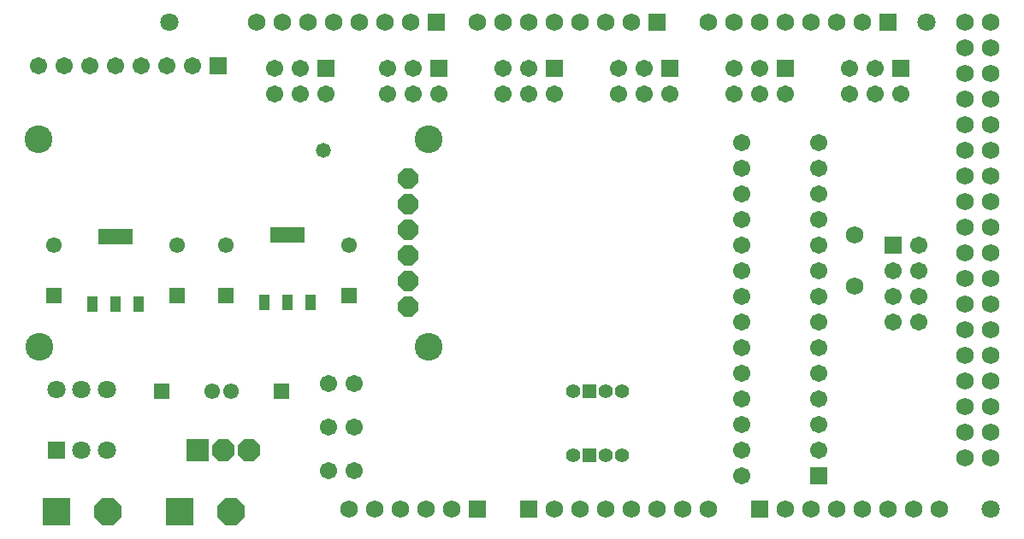
<source format=gts>
G04 Layer_Color=8388736*
%FSLAX25Y25*%
%MOIN*%
G70*
G01*
G75*
%ADD42R,0.13556X0.05958*%
%ADD43R,0.04461X0.05958*%
%ADD44C,0.07099*%
%ADD45R,0.06800X0.06800*%
%ADD46C,0.06800*%
%ADD47C,0.06706*%
%ADD48R,0.06706X0.06706*%
%ADD49R,0.06115X0.06115*%
%ADD50C,0.06115*%
%ADD51C,0.05524*%
%ADD52R,0.05524X0.05524*%
%ADD53R,0.06706X0.06706*%
%ADD54P,0.08536X8X22.5*%
%ADD55C,0.10800*%
%ADD56P,0.09389X8X22.5*%
%ADD57R,0.08674X0.08674*%
%ADD58R,0.10642X0.10642*%
%ADD59P,0.11519X8X202.5*%
%ADD60R,0.07099X0.07099*%
%ADD61R,0.06115X0.06115*%
%ADD62C,0.05800*%
D42*
X110000Y116890D02*
D03*
X43000Y116169D02*
D03*
D43*
X119016Y90551D02*
D03*
X110000D02*
D03*
X100984D02*
D03*
X52016Y89831D02*
D03*
X43000D02*
D03*
X33984D02*
D03*
D44*
X64000Y200000D02*
D03*
X384000Y10000D02*
D03*
X359000Y200000D02*
D03*
X29843Y33000D02*
D03*
X39685D02*
D03*
Y56622D02*
D03*
X29843D02*
D03*
X20000D02*
D03*
D45*
X294000Y10000D02*
D03*
X344000Y200000D02*
D03*
X204000Y10000D02*
D03*
X254000Y200000D02*
D03*
X184000Y10000D02*
D03*
X168000Y200000D02*
D03*
D46*
X324000Y10000D02*
D03*
X334000D02*
D03*
X344000D02*
D03*
X354000D02*
D03*
X364000D02*
D03*
X304000D02*
D03*
X314000D02*
D03*
Y200000D02*
D03*
X304000D02*
D03*
X294000D02*
D03*
X284000D02*
D03*
X274000D02*
D03*
X334000D02*
D03*
X324000D02*
D03*
X234000Y10000D02*
D03*
X244000D02*
D03*
X254000D02*
D03*
X264000D02*
D03*
X274000D02*
D03*
X214000D02*
D03*
X224000D02*
D03*
Y200000D02*
D03*
X214000D02*
D03*
X204000D02*
D03*
X194000D02*
D03*
X184000D02*
D03*
X244000D02*
D03*
X234000D02*
D03*
X374000Y30000D02*
D03*
X384000D02*
D03*
X374000Y40000D02*
D03*
X384000D02*
D03*
X374000Y50000D02*
D03*
X384000D02*
D03*
X374000Y60000D02*
D03*
X384000D02*
D03*
X374000Y70000D02*
D03*
X384000D02*
D03*
X374000Y80000D02*
D03*
X384000D02*
D03*
X374000Y90000D02*
D03*
X384000D02*
D03*
X374000Y100000D02*
D03*
X384000D02*
D03*
Y110000D02*
D03*
X374000D02*
D03*
Y120000D02*
D03*
X384000D02*
D03*
X374000Y130000D02*
D03*
X384000D02*
D03*
X374000Y140000D02*
D03*
X384000D02*
D03*
X374000Y150000D02*
D03*
X384000D02*
D03*
X374000Y160000D02*
D03*
X384000D02*
D03*
X374000Y170000D02*
D03*
X384000D02*
D03*
X374000Y180000D02*
D03*
X384000D02*
D03*
X374000Y190000D02*
D03*
X384000D02*
D03*
X374000Y200000D02*
D03*
X384000D02*
D03*
X174000Y10000D02*
D03*
X164000D02*
D03*
X154000D02*
D03*
X144000D02*
D03*
X134000D02*
D03*
X138000Y200000D02*
D03*
X128000D02*
D03*
X118000D02*
D03*
X108000D02*
D03*
X98000D02*
D03*
X158000D02*
D03*
X148000D02*
D03*
X331000Y97000D02*
D03*
Y117000D02*
D03*
D47*
X356000Y83000D02*
D03*
X346000D02*
D03*
X356000Y93000D02*
D03*
X346000D02*
D03*
X356000Y103000D02*
D03*
X346000D02*
D03*
X356000Y113000D02*
D03*
X13000Y183000D02*
D03*
X23000D02*
D03*
X33000D02*
D03*
X43000D02*
D03*
X53000D02*
D03*
X63000D02*
D03*
X73000D02*
D03*
X194000Y172000D02*
D03*
X204000D02*
D03*
X214000D02*
D03*
X194000Y182000D02*
D03*
X204000D02*
D03*
X126000Y59000D02*
D03*
X136000D02*
D03*
X126000Y42000D02*
D03*
X136000D02*
D03*
X239000Y172000D02*
D03*
X249000D02*
D03*
X259000D02*
D03*
X239000Y182000D02*
D03*
X249000D02*
D03*
X284000Y172000D02*
D03*
X294000D02*
D03*
X304000D02*
D03*
X284000Y182000D02*
D03*
X294000D02*
D03*
X329000Y172000D02*
D03*
X339000D02*
D03*
X349000D02*
D03*
X329000Y182000D02*
D03*
X339000D02*
D03*
X105000Y172000D02*
D03*
X115000D02*
D03*
X125000D02*
D03*
X105000Y182000D02*
D03*
X115000D02*
D03*
X149000Y172000D02*
D03*
X159000D02*
D03*
X169000D02*
D03*
X149000Y182000D02*
D03*
X159000D02*
D03*
X317000Y33000D02*
D03*
Y43000D02*
D03*
Y53000D02*
D03*
Y63000D02*
D03*
Y73000D02*
D03*
Y83000D02*
D03*
Y93000D02*
D03*
Y103000D02*
D03*
Y113000D02*
D03*
Y123000D02*
D03*
Y133000D02*
D03*
Y143000D02*
D03*
Y153000D02*
D03*
X287000Y23000D02*
D03*
Y33000D02*
D03*
Y43000D02*
D03*
Y53000D02*
D03*
Y63000D02*
D03*
Y73000D02*
D03*
Y83000D02*
D03*
Y93000D02*
D03*
Y103000D02*
D03*
Y113000D02*
D03*
Y123000D02*
D03*
Y133000D02*
D03*
Y143000D02*
D03*
Y153000D02*
D03*
X126000Y25000D02*
D03*
X136000D02*
D03*
D48*
X346000Y113000D02*
D03*
D49*
X19000Y93157D02*
D03*
X134000D02*
D03*
X86000D02*
D03*
X67000D02*
D03*
D50*
X19000Y112843D02*
D03*
X134000D02*
D03*
X80843Y56000D02*
D03*
X88157D02*
D03*
X86000Y112843D02*
D03*
X67000D02*
D03*
D51*
X240449Y31000D02*
D03*
X221551D02*
D03*
X234150D02*
D03*
X240299Y56000D02*
D03*
X221402D02*
D03*
X234000D02*
D03*
D52*
X227850Y31000D02*
D03*
X227701Y56000D02*
D03*
D53*
X83000Y183000D02*
D03*
X214000Y182000D02*
D03*
X259000D02*
D03*
X304000D02*
D03*
X349000D02*
D03*
X125000D02*
D03*
X169000D02*
D03*
X317000Y23000D02*
D03*
D54*
X157000Y118744D02*
D03*
Y129000D02*
D03*
Y139000D02*
D03*
Y109000D02*
D03*
Y99000D02*
D03*
Y89000D02*
D03*
D55*
X165000Y73244D02*
D03*
Y154244D02*
D03*
X13000D02*
D03*
X13500Y73244D02*
D03*
D56*
X85000Y33000D02*
D03*
X95000D02*
D03*
D57*
X75000D02*
D03*
D58*
X20000Y9000D02*
D03*
X68000D02*
D03*
D59*
X40000D02*
D03*
X88000D02*
D03*
D60*
X20000Y33000D02*
D03*
D61*
X61157Y56000D02*
D03*
X107843D02*
D03*
D62*
X124000Y150000D02*
D03*
M02*

</source>
